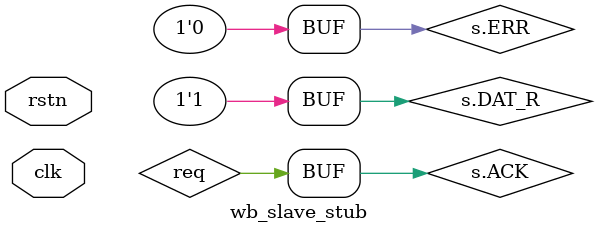
<source format=sv>
/****************************************************************************
 * wb_slave_stub.sv
 ****************************************************************************/

/**
 * Module: wb_slave_stub
 * 
 * TODO: Add module documentation
 */
module wb_slave_stub (
		input			clk,
		input			rstn,
		wb_if.slave 	s);
	
	reg req;
	
	always @(posedge clk) begin
		if (rstn == 0) begin
			req <= 0;
		end else begin
			if (s.CYC && s.STB && !req) begin
				req <= 1;
			end else begin
				req <= 0;
			end
		end
	end
	
	assign s.DAT_R = 'hdeadbeef;
	assign s.ACK = req;
	assign s.ERR = 0;

endmodule



</source>
